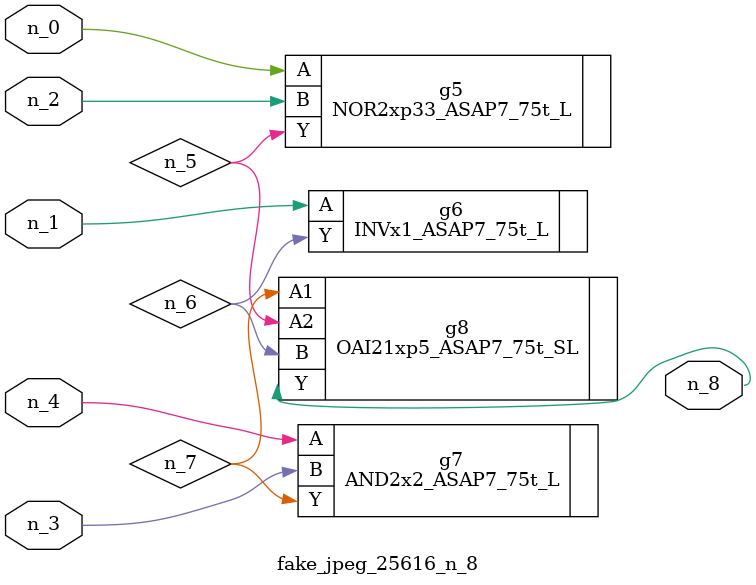
<source format=v>
module fake_jpeg_25616_n_8 (n_3, n_2, n_1, n_0, n_4, n_8);

input n_3;
input n_2;
input n_1;
input n_0;
input n_4;

output n_8;

wire n_6;
wire n_5;
wire n_7;

NOR2xp33_ASAP7_75t_L g5 ( 
.A(n_0),
.B(n_2),
.Y(n_5)
);

INVx1_ASAP7_75t_L g6 ( 
.A(n_1),
.Y(n_6)
);

AND2x2_ASAP7_75t_L g7 ( 
.A(n_4),
.B(n_3),
.Y(n_7)
);

OAI21xp5_ASAP7_75t_SL g8 ( 
.A1(n_7),
.A2(n_5),
.B(n_6),
.Y(n_8)
);


endmodule
</source>
